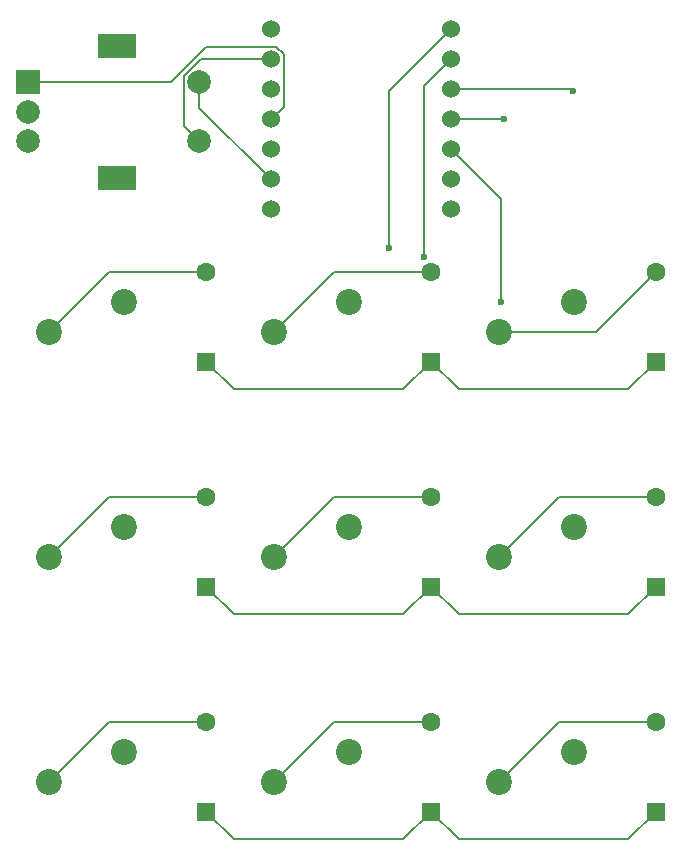
<source format=gbr>
%TF.GenerationSoftware,KiCad,Pcbnew,9.0.2*%
%TF.CreationDate,2025-06-06T16:31:30-04:00*%
%TF.ProjectId,HackpadAllan,4861636b-7061-4644-916c-6c616e2e6b69,rev?*%
%TF.SameCoordinates,Original*%
%TF.FileFunction,Copper,L1,Top*%
%TF.FilePolarity,Positive*%
%FSLAX46Y46*%
G04 Gerber Fmt 4.6, Leading zero omitted, Abs format (unit mm)*
G04 Created by KiCad (PCBNEW 9.0.2) date 2025-06-06 16:31:30*
%MOMM*%
%LPD*%
G01*
G04 APERTURE LIST*
G04 Aperture macros list*
%AMRoundRect*
0 Rectangle with rounded corners*
0 $1 Rounding radius*
0 $2 $3 $4 $5 $6 $7 $8 $9 X,Y pos of 4 corners*
0 Add a 4 corners polygon primitive as box body*
4,1,4,$2,$3,$4,$5,$6,$7,$8,$9,$2,$3,0*
0 Add four circle primitives for the rounded corners*
1,1,$1+$1,$2,$3*
1,1,$1+$1,$4,$5*
1,1,$1+$1,$6,$7*
1,1,$1+$1,$8,$9*
0 Add four rect primitives between the rounded corners*
20,1,$1+$1,$2,$3,$4,$5,0*
20,1,$1+$1,$4,$5,$6,$7,0*
20,1,$1+$1,$6,$7,$8,$9,0*
20,1,$1+$1,$8,$9,$2,$3,0*%
G04 Aperture macros list end*
%TA.AperFunction,ComponentPad*%
%ADD10RoundRect,0.250000X0.550000X-0.550000X0.550000X0.550000X-0.550000X0.550000X-0.550000X-0.550000X0*%
%TD*%
%TA.AperFunction,ComponentPad*%
%ADD11C,1.600000*%
%TD*%
%TA.AperFunction,ComponentPad*%
%ADD12C,2.200000*%
%TD*%
%TA.AperFunction,ComponentPad*%
%ADD13R,2.000000X2.000000*%
%TD*%
%TA.AperFunction,ComponentPad*%
%ADD14C,2.000000*%
%TD*%
%TA.AperFunction,ComponentPad*%
%ADD15R,3.200000X2.000000*%
%TD*%
%TA.AperFunction,ComponentPad*%
%ADD16C,1.524000*%
%TD*%
%TA.AperFunction,ViaPad*%
%ADD17C,0.600000*%
%TD*%
%TA.AperFunction,Conductor*%
%ADD18C,0.200000*%
%TD*%
G04 APERTURE END LIST*
D10*
%TO.P,D9,1,K*%
%TO.N,Row 2*%
X178575000Y-126100000D03*
D11*
%TO.P,D9,2,A*%
%TO.N,Net-(D9-A)*%
X178575000Y-118480000D03*
%TD*%
D10*
%TO.P,D8,1,K*%
%TO.N,Row 2*%
X159525000Y-126100000D03*
D11*
%TO.P,D8,2,A*%
%TO.N,Net-(D8-A)*%
X159525000Y-118480000D03*
%TD*%
D10*
%TO.P,D7,1,K*%
%TO.N,Row 2*%
X140475000Y-126100000D03*
D11*
%TO.P,D7,2,A*%
%TO.N,Net-(D7-A)*%
X140475000Y-118480000D03*
%TD*%
D10*
%TO.P,D6,1,K*%
%TO.N,Row 1*%
X178575000Y-107050000D03*
D11*
%TO.P,D6,2,A*%
%TO.N,Net-(D6-A)*%
X178575000Y-99430000D03*
%TD*%
D10*
%TO.P,D5,1,K*%
%TO.N,Row 1*%
X159525000Y-107050000D03*
D11*
%TO.P,D5,2,A*%
%TO.N,Net-(D5-A)*%
X159525000Y-99430000D03*
%TD*%
D10*
%TO.P,D4,1,K*%
%TO.N,Row 1*%
X140475000Y-107050000D03*
D11*
%TO.P,D4,2,A*%
%TO.N,Net-(D4-A)*%
X140475000Y-99430000D03*
%TD*%
D10*
%TO.P,D3,1,K*%
%TO.N,Row 0*%
X178575000Y-88000000D03*
D11*
%TO.P,D3,2,A*%
%TO.N,Net-(D3-A)*%
X178575000Y-80380000D03*
%TD*%
D10*
%TO.P,D2,1,K*%
%TO.N,Row 0*%
X159525000Y-88000000D03*
D11*
%TO.P,D2,2,A*%
%TO.N,Net-(D2-A)*%
X159525000Y-80380000D03*
%TD*%
D10*
%TO.P,D1,1,K*%
%TO.N,Row 0*%
X140475000Y-88000000D03*
D11*
%TO.P,D1,2,A*%
%TO.N,Net-(D1-A)*%
X140475000Y-80380000D03*
%TD*%
D12*
%TO.P,SW4,1,1*%
%TO.N,Column 0*%
X133490000Y-101970000D03*
%TO.P,SW4,2,2*%
%TO.N,Net-(D4-A)*%
X127140000Y-104510000D03*
%TD*%
%TO.P,SW5,1,1*%
%TO.N,Column 1*%
X152540000Y-101970000D03*
%TO.P,SW5,2,2*%
%TO.N,Net-(D5-A)*%
X146190000Y-104510000D03*
%TD*%
%TO.P,SW8,1,1*%
%TO.N,Column 1*%
X152540000Y-121020000D03*
%TO.P,SW8,2,2*%
%TO.N,Net-(D8-A)*%
X146190000Y-123560000D03*
%TD*%
%TO.P,SW3,1,1*%
%TO.N,Column 2*%
X171590000Y-82920000D03*
%TO.P,SW3,2,2*%
%TO.N,Net-(D3-A)*%
X165240000Y-85460000D03*
%TD*%
%TO.P,SW2,1,1*%
%TO.N,Column 1*%
X152540000Y-82920000D03*
%TO.P,SW2,2,2*%
%TO.N,Net-(D2-A)*%
X146190000Y-85460000D03*
%TD*%
%TO.P,SW6,1,1*%
%TO.N,Column 2*%
X171590000Y-101970000D03*
%TO.P,SW6,2,2*%
%TO.N,Net-(D6-A)*%
X165240000Y-104510000D03*
%TD*%
D13*
%TO.P,SW10,A,A*%
%TO.N,Rot A*%
X125393750Y-64350000D03*
D14*
%TO.P,SW10,B,B*%
%TO.N,Rot B*%
X125393750Y-69350000D03*
%TO.P,SW10,C,C*%
%TO.N,3.3V*%
X125393750Y-66850000D03*
D15*
%TO.P,SW10,MP*%
%TO.N,N/C*%
X132893750Y-61250000D03*
X132893750Y-72450000D03*
D14*
%TO.P,SW10,S1,S1*%
%TO.N,GND*%
X139893750Y-69350000D03*
%TO.P,SW10,S2,S2*%
%TO.N,Rot Switch*%
X139893750Y-64350000D03*
%TD*%
D12*
%TO.P,SW7,1,1*%
%TO.N,Column 0*%
X133490000Y-121020000D03*
%TO.P,SW7,2,2*%
%TO.N,Net-(D7-A)*%
X127140000Y-123560000D03*
%TD*%
%TO.P,SW1,1,1*%
%TO.N,Column 0*%
X133490000Y-82920000D03*
%TO.P,SW1,2,2*%
%TO.N,Net-(D1-A)*%
X127140000Y-85460000D03*
%TD*%
%TO.P,SW9,1,1*%
%TO.N,Column 2*%
X171590000Y-121020000D03*
%TO.P,SW9,2,2*%
%TO.N,Net-(D9-A)*%
X165240000Y-123560000D03*
%TD*%
D16*
%TO.P,U1,1,GPIO26/ADC0/A0*%
%TO.N,Column 0*%
X161210000Y-59868500D03*
%TO.P,U1,2,GPIO27/ADC1/A1*%
%TO.N,Column 1*%
X161210000Y-62408500D03*
%TO.P,U1,3,GPIO28/ADC2/A2*%
%TO.N,Column 2*%
X161210000Y-64948500D03*
%TO.P,U1,4,GPIO29/ADC3/A3*%
%TO.N,Row 2*%
X161210000Y-67488500D03*
%TO.P,U1,5,GPIO6/SDA*%
%TO.N,Row 1*%
X161210000Y-70028500D03*
%TO.P,U1,6,GPIO7/SCL*%
%TO.N,Row 0*%
X161210000Y-72568500D03*
%TO.P,U1,7,GPIO0/TX*%
%TO.N,unconnected-(U1-GPIO0{slash}TX-Pad7)*%
X161210000Y-75108500D03*
%TO.P,U1,8,GPIO1/RX*%
%TO.N,unconnected-(U1-GPIO1{slash}RX-Pad8)*%
X145970000Y-75108500D03*
%TO.P,U1,9,GPIO2/SCK*%
%TO.N,Rot Switch*%
X145970000Y-72568500D03*
%TO.P,U1,10,GPIO4/MISO*%
%TO.N,Rot B*%
X145970000Y-70028500D03*
%TO.P,U1,11,GPIO3/MOSI*%
%TO.N,Rot A*%
X145970000Y-67488500D03*
%TO.P,U1,12,3V3*%
%TO.N,3.3V*%
X145970000Y-64948500D03*
%TO.P,U1,13,GND*%
%TO.N,GND*%
X145970000Y-62408500D03*
%TO.P,U1,14,VBUS*%
%TO.N,+5V*%
X145970000Y-59868500D03*
%TD*%
D17*
%TO.N,Row 1*%
X165450000Y-82920000D03*
%TO.N,Row 2*%
X165710000Y-67500000D03*
%TO.N,Column 0*%
X155990000Y-78380000D03*
%TO.N,Column 1*%
X158940000Y-79190000D03*
%TO.N,Column 2*%
X171510000Y-65130000D03*
%TD*%
D18*
%TO.N,Net-(D7-A)*%
X132220000Y-118480000D02*
X127140000Y-123560000D01*
X140475000Y-118480000D02*
X132220000Y-118480000D01*
%TO.N,Net-(D8-A)*%
X151270000Y-118480000D02*
X146190000Y-123560000D01*
X159525000Y-118480000D02*
X151270000Y-118480000D01*
%TO.N,Net-(D9-A)*%
X170320000Y-118480000D02*
X165240000Y-123560000D01*
X178575000Y-118480000D02*
X170320000Y-118480000D01*
%TO.N,Net-(D6-A)*%
X170320000Y-99430000D02*
X165240000Y-104510000D01*
X178575000Y-99430000D02*
X170320000Y-99430000D01*
%TO.N,Net-(D3-A)*%
X173495000Y-85460000D02*
X165240000Y-85460000D01*
X178575000Y-80380000D02*
X173495000Y-85460000D01*
%TO.N,Net-(D5-A)*%
X159525000Y-99430000D02*
X151270000Y-99430000D01*
X151270000Y-99430000D02*
X146190000Y-104510000D01*
%TO.N,Net-(D4-A)*%
X132220000Y-99430000D02*
X127140000Y-104510000D01*
X140475000Y-99430000D02*
X132220000Y-99430000D01*
%TO.N,Net-(D2-A)*%
X151270000Y-80380000D02*
X159525000Y-80380000D01*
X146190000Y-85460000D02*
X151270000Y-80380000D01*
%TO.N,Net-(D1-A)*%
X132220000Y-80380000D02*
X127140000Y-85460000D01*
X140475000Y-80380000D02*
X132220000Y-80380000D01*
%TO.N,Row 0*%
X140475000Y-88000000D02*
X142826000Y-90351000D01*
X161876000Y-90351000D02*
X176224000Y-90351000D01*
X159525000Y-88000000D02*
X161876000Y-90351000D01*
X176224000Y-90351000D02*
X178575000Y-88000000D01*
X142826000Y-90351000D02*
X157174000Y-90351000D01*
X157174000Y-90351000D02*
X159525000Y-88000000D01*
%TO.N,Row 1*%
X165450000Y-82920000D02*
X165450000Y-74268500D01*
X178575000Y-107050000D02*
X178330000Y-107050000D01*
X140475000Y-107050000D02*
X142826000Y-109401000D01*
X142826000Y-109401000D02*
X157174000Y-109401000D01*
X157174000Y-109401000D02*
X159525000Y-107050000D01*
X161876000Y-109401000D02*
X176224000Y-109401000D01*
X165450000Y-74268500D02*
X161210000Y-70028500D01*
X159525000Y-107050000D02*
X161876000Y-109401000D01*
X176224000Y-109401000D02*
X178575000Y-107050000D01*
%TO.N,Row 2*%
X157174000Y-128451000D02*
X159525000Y-126100000D01*
X176224000Y-128451000D02*
X178575000Y-126100000D01*
X165698500Y-67488500D02*
X161210000Y-67488500D01*
X178575000Y-126100000D02*
X177860000Y-126100000D01*
X161876000Y-128451000D02*
X176224000Y-128451000D01*
X165710000Y-67500000D02*
X165698500Y-67488500D01*
X140475000Y-126100000D02*
X142826000Y-128451000D01*
X142826000Y-128451000D02*
X157174000Y-128451000D01*
X159525000Y-126100000D02*
X161876000Y-128451000D01*
%TO.N,Column 0*%
X155990000Y-65088500D02*
X161210000Y-59868500D01*
X155990000Y-78380000D02*
X155990000Y-65088500D01*
%TO.N,Column 1*%
X158940000Y-64678500D02*
X161210000Y-62408500D01*
X158940000Y-79190000D02*
X158940000Y-64678500D01*
%TO.N,Column 2*%
X171510000Y-65130000D02*
X171328500Y-64948500D01*
X171328500Y-64948500D02*
X161210000Y-64948500D01*
%TO.N,GND*%
X139893750Y-69350000D02*
X138592750Y-68049000D01*
X139995358Y-62408500D02*
X145970000Y-62408500D01*
X138592750Y-68049000D02*
X138592750Y-63811108D01*
X138592750Y-63811108D02*
X139995358Y-62408500D01*
%TO.N,3.3V*%
X125393750Y-66850000D02*
X125393750Y-67166250D01*
X125393750Y-67166250D02*
X125360000Y-67200000D01*
%TO.N,Rot A*%
X147033000Y-61968190D02*
X147033000Y-66425500D01*
X146410310Y-61345500D02*
X147033000Y-61968190D01*
X147033000Y-66425500D02*
X145970000Y-67488500D01*
X140491258Y-61345500D02*
X146410310Y-61345500D01*
X137486758Y-64350000D02*
X140491258Y-61345500D01*
X125393750Y-64350000D02*
X137486758Y-64350000D01*
%TO.N,Rot Switch*%
X139893750Y-64350000D02*
X139893750Y-66492250D01*
X139893750Y-66492250D02*
X145970000Y-72568500D01*
%TD*%
M02*

</source>
